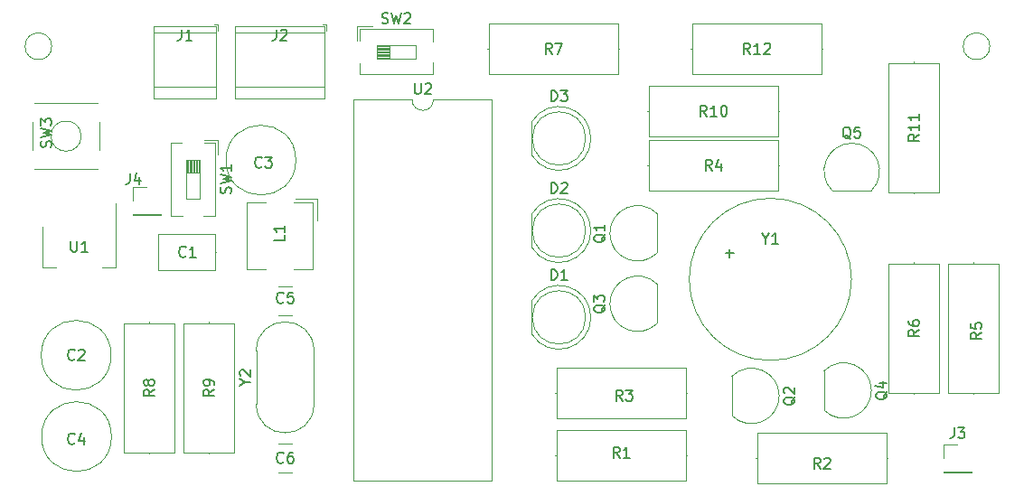
<source format=gto>
G04 #@! TF.GenerationSoftware,KiCad,Pcbnew,(5.1.5)-3*
G04 #@! TF.CreationDate,2020-05-14T22:33:26-07:00*
G04 #@! TF.ProjectId,circuit_pj,63697263-7569-4745-9f70-6a2e6b696361,rev?*
G04 #@! TF.SameCoordinates,Original*
G04 #@! TF.FileFunction,Legend,Top*
G04 #@! TF.FilePolarity,Positive*
%FSLAX46Y46*%
G04 Gerber Fmt 4.6, Leading zero omitted, Abs format (unit mm)*
G04 Created by KiCad (PCBNEW (5.1.5)-3) date 2020-05-14 22:33:26*
%MOMM*%
%LPD*%
G04 APERTURE LIST*
%ADD10C,0.120000*%
%ADD11C,0.150000*%
G04 APERTURE END LIST*
D10*
X120048000Y-111332000D02*
G75*
G03X114648000Y-111332000I-2700000J0D01*
G01*
X120048000Y-116332000D02*
G75*
G02X114648000Y-116332000I-2700000J0D01*
G01*
X120048000Y-116332000D02*
X120048000Y-111332000D01*
X114648000Y-116332000D02*
X114648000Y-111332000D01*
X136704000Y-87808000D02*
X131244000Y-87808000D01*
X136704000Y-123488000D02*
X136704000Y-87808000D01*
X123784000Y-123488000D02*
X136704000Y-123488000D01*
X123784000Y-87808000D02*
X123784000Y-123488000D01*
X129244000Y-87808000D02*
X123784000Y-87808000D01*
X131244000Y-87808000D02*
G75*
G02X129244000Y-87808000I-1000000J0D01*
G01*
X127158667Y-82677000D02*
X127158667Y-83947000D01*
X125952000Y-83877000D02*
X127158667Y-83877000D01*
X125952000Y-83757000D02*
X127158667Y-83757000D01*
X125952000Y-83637000D02*
X127158667Y-83637000D01*
X125952000Y-83517000D02*
X127158667Y-83517000D01*
X125952000Y-83397000D02*
X127158667Y-83397000D01*
X125952000Y-83277000D02*
X127158667Y-83277000D01*
X125952000Y-83157000D02*
X127158667Y-83157000D01*
X125952000Y-83037000D02*
X127158667Y-83037000D01*
X125952000Y-82917000D02*
X127158667Y-82917000D01*
X125952000Y-82797000D02*
X127158667Y-82797000D01*
X129572000Y-82677000D02*
X125952000Y-82677000D01*
X129572000Y-83947000D02*
X129572000Y-82677000D01*
X125952000Y-83947000D02*
X129572000Y-83947000D01*
X125952000Y-82677000D02*
X125952000Y-83947000D01*
X124112000Y-80962000D02*
X124112000Y-82272000D01*
X124112000Y-80962000D02*
X125495000Y-80962000D01*
X131173000Y-84302000D02*
X131173000Y-85422000D01*
X131173000Y-81202000D02*
X131173000Y-82322000D01*
X124352000Y-84352000D02*
X124352000Y-85422000D01*
X124352000Y-81202000D02*
X124352000Y-82272000D01*
X124352000Y-85422000D02*
X131173000Y-85422000D01*
X124352000Y-81202000D02*
X131173000Y-81202000D01*
X109347000Y-94646667D02*
X108077000Y-94646667D01*
X108147000Y-93440000D02*
X108147000Y-94646667D01*
X108267000Y-93440000D02*
X108267000Y-94646667D01*
X108387000Y-93440000D02*
X108387000Y-94646667D01*
X108507000Y-93440000D02*
X108507000Y-94646667D01*
X108627000Y-93440000D02*
X108627000Y-94646667D01*
X108747000Y-93440000D02*
X108747000Y-94646667D01*
X108867000Y-93440000D02*
X108867000Y-94646667D01*
X108987000Y-93440000D02*
X108987000Y-94646667D01*
X109107000Y-93440000D02*
X109107000Y-94646667D01*
X109227000Y-93440000D02*
X109227000Y-94646667D01*
X109347000Y-97060000D02*
X109347000Y-93440000D01*
X108077000Y-97060000D02*
X109347000Y-97060000D01*
X108077000Y-93440000D02*
X108077000Y-97060000D01*
X109347000Y-93440000D02*
X108077000Y-93440000D01*
X111062000Y-91600000D02*
X109752000Y-91600000D01*
X111062000Y-91600000D02*
X111062000Y-92983000D01*
X107722000Y-98661000D02*
X106602000Y-98661000D01*
X110822000Y-98661000D02*
X109702000Y-98661000D01*
X107672000Y-91840000D02*
X106602000Y-91840000D01*
X110822000Y-91840000D02*
X109752000Y-91840000D01*
X106602000Y-91840000D02*
X106602000Y-98661000D01*
X110822000Y-91840000D02*
X110822000Y-98661000D01*
X103064000Y-95952000D02*
X104394000Y-95952000D01*
X103064000Y-97282000D02*
X103064000Y-95952000D01*
X103064000Y-98552000D02*
X105724000Y-98552000D01*
X105724000Y-98552000D02*
X105724000Y-98612000D01*
X103064000Y-98552000D02*
X103064000Y-98612000D01*
X103064000Y-98612000D02*
X105724000Y-98612000D01*
X179010000Y-120082000D02*
X180340000Y-120082000D01*
X179010000Y-121412000D02*
X179010000Y-120082000D01*
X179010000Y-122682000D02*
X181670000Y-122682000D01*
X181670000Y-122682000D02*
X181670000Y-122742000D01*
X179010000Y-122682000D02*
X179010000Y-122742000D01*
X179010000Y-122742000D02*
X181670000Y-122742000D01*
X140442000Y-89895000D02*
X140442000Y-92985000D01*
X145502000Y-91440000D02*
G75*
G03X145502000Y-91440000I-2500000J0D01*
G01*
X145992000Y-91439538D02*
G75*
G02X140442000Y-92984830I-2990000J-462D01*
G01*
X145992000Y-91440462D02*
G75*
G03X140442000Y-89895170I-2990000J462D01*
G01*
X140442000Y-98531000D02*
X140442000Y-101621000D01*
X145502000Y-100076000D02*
G75*
G03X145502000Y-100076000I-2500000J0D01*
G01*
X145992000Y-100075538D02*
G75*
G02X140442000Y-101620830I-2990000J-462D01*
G01*
X145992000Y-100076462D02*
G75*
G03X140442000Y-98531170I-2990000J462D01*
G01*
X140442000Y-106659000D02*
X140442000Y-109749000D01*
X145502000Y-108204000D02*
G75*
G03X145502000Y-108204000I-2500000J0D01*
G01*
X145992000Y-108203538D02*
G75*
G02X140442000Y-109748830I-2990000J-462D01*
G01*
X145992000Y-108204462D02*
G75*
G03X140442000Y-106659170I-2990000J462D01*
G01*
X170404000Y-104648000D02*
G75*
G03X170404000Y-104648000I-7600000J0D01*
G01*
X101454000Y-97500000D02*
X101454000Y-103510000D01*
X94634000Y-99750000D02*
X94634000Y-103510000D01*
X101454000Y-103510000D02*
X100194000Y-103510000D01*
X94634000Y-103510000D02*
X95894000Y-103510000D01*
X93706000Y-92562000D02*
X93706000Y-89882000D01*
X99946000Y-89882000D02*
X99946000Y-92562000D01*
X99796000Y-94342000D02*
X93856000Y-94342000D01*
X99796000Y-88102000D02*
X93856000Y-88102000D01*
X98240214Y-91222000D02*
G75*
G03X98240214Y-91222000I-1414214J0D01*
G01*
X167724000Y-83058000D02*
X167614000Y-83058000D01*
X155364000Y-83058000D02*
X155474000Y-83058000D01*
X167614000Y-80688000D02*
X155474000Y-80688000D01*
X167614000Y-85428000D02*
X167614000Y-80688000D01*
X155474000Y-85428000D02*
X167614000Y-85428000D01*
X155474000Y-80688000D02*
X155474000Y-85428000D01*
X176276000Y-84244000D02*
X176276000Y-84354000D01*
X176276000Y-96604000D02*
X176276000Y-96494000D01*
X173906000Y-84354000D02*
X173906000Y-96494000D01*
X178646000Y-84354000D02*
X173906000Y-84354000D01*
X178646000Y-96494000D02*
X178646000Y-84354000D01*
X173906000Y-96494000D02*
X178646000Y-96494000D01*
X163660000Y-88900000D02*
X163550000Y-88900000D01*
X151300000Y-88900000D02*
X151410000Y-88900000D01*
X163550000Y-86530000D02*
X151410000Y-86530000D01*
X163550000Y-91270000D02*
X163550000Y-86530000D01*
X151410000Y-91270000D02*
X163550000Y-91270000D01*
X151410000Y-86530000D02*
X151410000Y-91270000D01*
X110236000Y-120988000D02*
X110236000Y-120878000D01*
X110236000Y-108628000D02*
X110236000Y-108738000D01*
X112606000Y-120878000D02*
X112606000Y-108738000D01*
X107866000Y-120878000D02*
X112606000Y-120878000D01*
X107866000Y-108738000D02*
X107866000Y-120878000D01*
X112606000Y-108738000D02*
X107866000Y-108738000D01*
X104648000Y-108628000D02*
X104648000Y-108738000D01*
X104648000Y-120988000D02*
X104648000Y-120878000D01*
X102278000Y-108738000D02*
X102278000Y-120878000D01*
X107018000Y-108738000D02*
X102278000Y-108738000D01*
X107018000Y-120878000D02*
X107018000Y-108738000D01*
X102278000Y-120878000D02*
X107018000Y-120878000D01*
X136314000Y-83058000D02*
X136424000Y-83058000D01*
X148674000Y-83058000D02*
X148564000Y-83058000D01*
X136424000Y-85428000D02*
X148564000Y-85428000D01*
X136424000Y-80688000D02*
X136424000Y-85428000D01*
X148564000Y-80688000D02*
X136424000Y-80688000D01*
X148564000Y-85428000D02*
X148564000Y-80688000D01*
X176276000Y-103040000D02*
X176276000Y-103150000D01*
X176276000Y-115400000D02*
X176276000Y-115290000D01*
X173906000Y-103150000D02*
X173906000Y-115290000D01*
X178646000Y-103150000D02*
X173906000Y-103150000D01*
X178646000Y-115290000D02*
X178646000Y-103150000D01*
X173906000Y-115290000D02*
X178646000Y-115290000D01*
X181864000Y-103040000D02*
X181864000Y-103150000D01*
X181864000Y-115400000D02*
X181864000Y-115290000D01*
X179494000Y-103150000D02*
X179494000Y-115290000D01*
X184234000Y-103150000D02*
X179494000Y-103150000D01*
X184234000Y-115290000D02*
X184234000Y-103150000D01*
X179494000Y-115290000D02*
X184234000Y-115290000D01*
X163660000Y-93980000D02*
X163550000Y-93980000D01*
X151300000Y-93980000D02*
X151410000Y-93980000D01*
X163550000Y-91610000D02*
X151410000Y-91610000D01*
X163550000Y-96350000D02*
X163550000Y-91610000D01*
X151410000Y-96350000D02*
X163550000Y-96350000D01*
X151410000Y-91610000D02*
X151410000Y-96350000D01*
X142664000Y-115316000D02*
X142774000Y-115316000D01*
X155024000Y-115316000D02*
X154914000Y-115316000D01*
X142774000Y-117686000D02*
X154914000Y-117686000D01*
X142774000Y-112946000D02*
X142774000Y-117686000D01*
X154914000Y-112946000D02*
X142774000Y-112946000D01*
X154914000Y-117686000D02*
X154914000Y-112946000D01*
X161460000Y-121412000D02*
X161570000Y-121412000D01*
X173820000Y-121412000D02*
X173710000Y-121412000D01*
X161570000Y-123782000D02*
X173710000Y-123782000D01*
X161570000Y-119042000D02*
X161570000Y-123782000D01*
X173710000Y-119042000D02*
X161570000Y-119042000D01*
X173710000Y-123782000D02*
X173710000Y-119042000D01*
X154914000Y-123528000D02*
X154914000Y-118788000D01*
X154914000Y-118788000D02*
X142774000Y-118788000D01*
X142774000Y-118788000D02*
X142774000Y-123528000D01*
X142774000Y-123528000D02*
X154914000Y-123528000D01*
X155024000Y-121158000D02*
X154914000Y-121158000D01*
X142664000Y-121158000D02*
X142774000Y-121158000D01*
X115490000Y-97464000D02*
X113720000Y-97464000D01*
X119960000Y-97464000D02*
X118190000Y-97464000D01*
X113720000Y-97464000D02*
X113720000Y-103704000D01*
X115490000Y-103704000D02*
X113720000Y-103704000D01*
X119960000Y-103704000D02*
X118190000Y-103704000D01*
X119960000Y-97464000D02*
X119960000Y-103704000D01*
X120340000Y-97084000D02*
X120340000Y-99084000D01*
X118340000Y-97084000D02*
X120340000Y-97084000D01*
X121240000Y-80718000D02*
X120840000Y-80718000D01*
X121240000Y-81358000D02*
X121240000Y-80718000D01*
X112680000Y-87698000D02*
X112680000Y-80958000D01*
X121000000Y-87698000D02*
X121000000Y-80958000D01*
X121000000Y-80958000D02*
X112680000Y-80958000D01*
X121000000Y-87698000D02*
X112680000Y-87698000D01*
X121000000Y-86578000D02*
X112680000Y-86578000D01*
X121000000Y-81478000D02*
X112680000Y-81478000D01*
X111080000Y-80718000D02*
X110680000Y-80718000D01*
X111080000Y-81358000D02*
X111080000Y-80718000D01*
X105060000Y-87698000D02*
X105060000Y-80958000D01*
X110840000Y-87698000D02*
X110840000Y-80958000D01*
X110840000Y-80958000D02*
X105060000Y-80958000D01*
X110840000Y-87698000D02*
X105060000Y-87698000D01*
X110840000Y-86578000D02*
X105060000Y-86578000D01*
X110840000Y-81478000D02*
X105060000Y-81478000D01*
X116745936Y-122772000D02*
X117950064Y-122772000D01*
X116745936Y-120052000D02*
X117950064Y-120052000D01*
X117950064Y-105320000D02*
X116745936Y-105320000D01*
X117950064Y-108040000D02*
X116745936Y-108040000D01*
X101080000Y-119380000D02*
G75*
G03X101080000Y-119380000I-3270000J0D01*
G01*
X118352000Y-93472000D02*
G75*
G03X118352000Y-93472000I-3270000J0D01*
G01*
X101040000Y-111760000D02*
G75*
G03X101040000Y-111760000I-3270000J0D01*
G01*
X110854000Y-102108000D02*
X110814000Y-102108000D01*
X105434000Y-102108000D02*
X105474000Y-102108000D01*
X110814000Y-100438000D02*
X105474000Y-100438000D01*
X110814000Y-103778000D02*
X110814000Y-100438000D01*
X105474000Y-103778000D02*
X110814000Y-103778000D01*
X105474000Y-100438000D02*
X105474000Y-103778000D01*
X172272478Y-96326478D02*
G75*
G03X170434000Y-91888000I-1838478J1838478D01*
G01*
X168595522Y-96326478D02*
G75*
G02X170434000Y-91888000I1838478J1838478D01*
G01*
X168634000Y-96338000D02*
X172234000Y-96338000D01*
X167833522Y-116900478D02*
G75*
G03X172272000Y-115062000I1838478J1838478D01*
G01*
X167833522Y-113223522D02*
G75*
G02X172272000Y-115062000I1838478J-1838478D01*
G01*
X167822000Y-113262000D02*
X167822000Y-116862000D01*
X152206478Y-105095522D02*
G75*
G03X147768000Y-106934000I-1838478J-1838478D01*
G01*
X152206478Y-108772478D02*
G75*
G02X147768000Y-106934000I-1838478J1838478D01*
G01*
X152218000Y-108734000D02*
X152218000Y-105134000D01*
X159197522Y-117408478D02*
G75*
G03X163636000Y-115570000I1838478J1838478D01*
G01*
X159197522Y-113731522D02*
G75*
G02X163636000Y-115570000I1838478J-1838478D01*
G01*
X159186000Y-113770000D02*
X159186000Y-117370000D01*
X152206478Y-98491522D02*
G75*
G03X147768000Y-100330000I-1838478J-1838478D01*
G01*
X152206478Y-102168478D02*
G75*
G02X147768000Y-100330000I-1838478J1838478D01*
G01*
X152218000Y-102130000D02*
X152218000Y-98530000D01*
X95485000Y-82804000D02*
G75*
G03X95485000Y-82804000I-1251000J0D01*
G01*
X183369000Y-82804000D02*
G75*
G03X183369000Y-82804000I-1251000J0D01*
G01*
D11*
X113624190Y-114308190D02*
X114100380Y-114308190D01*
X113100380Y-114641523D02*
X113624190Y-114308190D01*
X113100380Y-113974857D01*
X113195619Y-113689142D02*
X113148000Y-113641523D01*
X113100380Y-113546285D01*
X113100380Y-113308190D01*
X113148000Y-113212952D01*
X113195619Y-113165333D01*
X113290857Y-113117714D01*
X113386095Y-113117714D01*
X113528952Y-113165333D01*
X114100380Y-113736761D01*
X114100380Y-113117714D01*
X129482095Y-86260380D02*
X129482095Y-87069904D01*
X129529714Y-87165142D01*
X129577333Y-87212761D01*
X129672571Y-87260380D01*
X129863047Y-87260380D01*
X129958285Y-87212761D01*
X130005904Y-87165142D01*
X130053523Y-87069904D01*
X130053523Y-86260380D01*
X130482095Y-86355619D02*
X130529714Y-86308000D01*
X130624952Y-86260380D01*
X130863047Y-86260380D01*
X130958285Y-86308000D01*
X131005904Y-86355619D01*
X131053523Y-86450857D01*
X131053523Y-86546095D01*
X131005904Y-86688952D01*
X130434476Y-87260380D01*
X131053523Y-87260380D01*
X126428666Y-80606761D02*
X126571523Y-80654380D01*
X126809619Y-80654380D01*
X126904857Y-80606761D01*
X126952476Y-80559142D01*
X127000095Y-80463904D01*
X127000095Y-80368666D01*
X126952476Y-80273428D01*
X126904857Y-80225809D01*
X126809619Y-80178190D01*
X126619142Y-80130571D01*
X126523904Y-80082952D01*
X126476285Y-80035333D01*
X126428666Y-79940095D01*
X126428666Y-79844857D01*
X126476285Y-79749619D01*
X126523904Y-79702000D01*
X126619142Y-79654380D01*
X126857238Y-79654380D01*
X127000095Y-79702000D01*
X127333428Y-79654380D02*
X127571523Y-80654380D01*
X127762000Y-79940095D01*
X127952476Y-80654380D01*
X128190571Y-79654380D01*
X128523904Y-79749619D02*
X128571523Y-79702000D01*
X128666761Y-79654380D01*
X128904857Y-79654380D01*
X129000095Y-79702000D01*
X129047714Y-79749619D01*
X129095333Y-79844857D01*
X129095333Y-79940095D01*
X129047714Y-80082952D01*
X128476285Y-80654380D01*
X129095333Y-80654380D01*
X112226761Y-96583333D02*
X112274380Y-96440476D01*
X112274380Y-96202380D01*
X112226761Y-96107142D01*
X112179142Y-96059523D01*
X112083904Y-96011904D01*
X111988666Y-96011904D01*
X111893428Y-96059523D01*
X111845809Y-96107142D01*
X111798190Y-96202380D01*
X111750571Y-96392857D01*
X111702952Y-96488095D01*
X111655333Y-96535714D01*
X111560095Y-96583333D01*
X111464857Y-96583333D01*
X111369619Y-96535714D01*
X111322000Y-96488095D01*
X111274380Y-96392857D01*
X111274380Y-96154761D01*
X111322000Y-96011904D01*
X111274380Y-95678571D02*
X112274380Y-95440476D01*
X111560095Y-95250000D01*
X112274380Y-95059523D01*
X111274380Y-94821428D01*
X112274380Y-93916666D02*
X112274380Y-94488095D01*
X112274380Y-94202380D02*
X111274380Y-94202380D01*
X111417238Y-94297619D01*
X111512476Y-94392857D01*
X111560095Y-94488095D01*
X102790666Y-94702380D02*
X102790666Y-95416666D01*
X102743047Y-95559523D01*
X102647809Y-95654761D01*
X102504952Y-95702380D01*
X102409714Y-95702380D01*
X103695428Y-95035714D02*
X103695428Y-95702380D01*
X103457333Y-94654761D02*
X103219238Y-95369047D01*
X103838285Y-95369047D01*
X180006666Y-118534380D02*
X180006666Y-119248666D01*
X179959047Y-119391523D01*
X179863809Y-119486761D01*
X179720952Y-119534380D01*
X179625714Y-119534380D01*
X180387619Y-118534380D02*
X181006666Y-118534380D01*
X180673333Y-118915333D01*
X180816190Y-118915333D01*
X180911428Y-118962952D01*
X180959047Y-119010571D01*
X181006666Y-119105809D01*
X181006666Y-119343904D01*
X180959047Y-119439142D01*
X180911428Y-119486761D01*
X180816190Y-119534380D01*
X180530476Y-119534380D01*
X180435238Y-119486761D01*
X180387619Y-119439142D01*
X142263904Y-87932380D02*
X142263904Y-86932380D01*
X142502000Y-86932380D01*
X142644857Y-86980000D01*
X142740095Y-87075238D01*
X142787714Y-87170476D01*
X142835333Y-87360952D01*
X142835333Y-87503809D01*
X142787714Y-87694285D01*
X142740095Y-87789523D01*
X142644857Y-87884761D01*
X142502000Y-87932380D01*
X142263904Y-87932380D01*
X143168666Y-86932380D02*
X143787714Y-86932380D01*
X143454380Y-87313333D01*
X143597238Y-87313333D01*
X143692476Y-87360952D01*
X143740095Y-87408571D01*
X143787714Y-87503809D01*
X143787714Y-87741904D01*
X143740095Y-87837142D01*
X143692476Y-87884761D01*
X143597238Y-87932380D01*
X143311523Y-87932380D01*
X143216285Y-87884761D01*
X143168666Y-87837142D01*
X142263904Y-96568380D02*
X142263904Y-95568380D01*
X142502000Y-95568380D01*
X142644857Y-95616000D01*
X142740095Y-95711238D01*
X142787714Y-95806476D01*
X142835333Y-95996952D01*
X142835333Y-96139809D01*
X142787714Y-96330285D01*
X142740095Y-96425523D01*
X142644857Y-96520761D01*
X142502000Y-96568380D01*
X142263904Y-96568380D01*
X143216285Y-95663619D02*
X143263904Y-95616000D01*
X143359142Y-95568380D01*
X143597238Y-95568380D01*
X143692476Y-95616000D01*
X143740095Y-95663619D01*
X143787714Y-95758857D01*
X143787714Y-95854095D01*
X143740095Y-95996952D01*
X143168666Y-96568380D01*
X143787714Y-96568380D01*
X142263904Y-104696380D02*
X142263904Y-103696380D01*
X142502000Y-103696380D01*
X142644857Y-103744000D01*
X142740095Y-103839238D01*
X142787714Y-103934476D01*
X142835333Y-104124952D01*
X142835333Y-104267809D01*
X142787714Y-104458285D01*
X142740095Y-104553523D01*
X142644857Y-104648761D01*
X142502000Y-104696380D01*
X142263904Y-104696380D01*
X143787714Y-104696380D02*
X143216285Y-104696380D01*
X143502000Y-104696380D02*
X143502000Y-103696380D01*
X143406761Y-103839238D01*
X143311523Y-103934476D01*
X143216285Y-103982095D01*
X162337809Y-100814190D02*
X162337809Y-101290380D01*
X162004476Y-100290380D02*
X162337809Y-100814190D01*
X162671142Y-100290380D01*
X163528285Y-101290380D02*
X162956857Y-101290380D01*
X163242571Y-101290380D02*
X163242571Y-100290380D01*
X163147333Y-100433238D01*
X163052095Y-100528476D01*
X162956857Y-100576095D01*
X158613047Y-102179428D02*
X159374952Y-102179428D01*
X158994000Y-102560380D02*
X158994000Y-101798476D01*
X97282095Y-101052380D02*
X97282095Y-101861904D01*
X97329714Y-101957142D01*
X97377333Y-102004761D01*
X97472571Y-102052380D01*
X97663047Y-102052380D01*
X97758285Y-102004761D01*
X97805904Y-101957142D01*
X97853523Y-101861904D01*
X97853523Y-101052380D01*
X98853523Y-102052380D02*
X98282095Y-102052380D01*
X98567809Y-102052380D02*
X98567809Y-101052380D01*
X98472571Y-101195238D01*
X98377333Y-101290476D01*
X98282095Y-101338095D01*
X95400761Y-92265333D02*
X95448380Y-92122476D01*
X95448380Y-91884380D01*
X95400761Y-91789142D01*
X95353142Y-91741523D01*
X95257904Y-91693904D01*
X95162666Y-91693904D01*
X95067428Y-91741523D01*
X95019809Y-91789142D01*
X94972190Y-91884380D01*
X94924571Y-92074857D01*
X94876952Y-92170095D01*
X94829333Y-92217714D01*
X94734095Y-92265333D01*
X94638857Y-92265333D01*
X94543619Y-92217714D01*
X94496000Y-92170095D01*
X94448380Y-92074857D01*
X94448380Y-91836761D01*
X94496000Y-91693904D01*
X94448380Y-91360571D02*
X95448380Y-91122476D01*
X94734095Y-90932000D01*
X95448380Y-90741523D01*
X94448380Y-90503428D01*
X94448380Y-90217714D02*
X94448380Y-89598666D01*
X94829333Y-89932000D01*
X94829333Y-89789142D01*
X94876952Y-89693904D01*
X94924571Y-89646285D01*
X95019809Y-89598666D01*
X95257904Y-89598666D01*
X95353142Y-89646285D01*
X95400761Y-89693904D01*
X95448380Y-89789142D01*
X95448380Y-90074857D01*
X95400761Y-90170095D01*
X95353142Y-90217714D01*
X160901142Y-83510380D02*
X160567809Y-83034190D01*
X160329714Y-83510380D02*
X160329714Y-82510380D01*
X160710666Y-82510380D01*
X160805904Y-82558000D01*
X160853523Y-82605619D01*
X160901142Y-82700857D01*
X160901142Y-82843714D01*
X160853523Y-82938952D01*
X160805904Y-82986571D01*
X160710666Y-83034190D01*
X160329714Y-83034190D01*
X161853523Y-83510380D02*
X161282095Y-83510380D01*
X161567809Y-83510380D02*
X161567809Y-82510380D01*
X161472571Y-82653238D01*
X161377333Y-82748476D01*
X161282095Y-82796095D01*
X162234476Y-82605619D02*
X162282095Y-82558000D01*
X162377333Y-82510380D01*
X162615428Y-82510380D01*
X162710666Y-82558000D01*
X162758285Y-82605619D01*
X162805904Y-82700857D01*
X162805904Y-82796095D01*
X162758285Y-82938952D01*
X162186857Y-83510380D01*
X162805904Y-83510380D01*
X176728380Y-91066857D02*
X176252190Y-91400190D01*
X176728380Y-91638285D02*
X175728380Y-91638285D01*
X175728380Y-91257333D01*
X175776000Y-91162095D01*
X175823619Y-91114476D01*
X175918857Y-91066857D01*
X176061714Y-91066857D01*
X176156952Y-91114476D01*
X176204571Y-91162095D01*
X176252190Y-91257333D01*
X176252190Y-91638285D01*
X176728380Y-90114476D02*
X176728380Y-90685904D01*
X176728380Y-90400190D02*
X175728380Y-90400190D01*
X175871238Y-90495428D01*
X175966476Y-90590666D01*
X176014095Y-90685904D01*
X176728380Y-89162095D02*
X176728380Y-89733523D01*
X176728380Y-89447809D02*
X175728380Y-89447809D01*
X175871238Y-89543047D01*
X175966476Y-89638285D01*
X176014095Y-89733523D01*
X156837142Y-89352380D02*
X156503809Y-88876190D01*
X156265714Y-89352380D02*
X156265714Y-88352380D01*
X156646666Y-88352380D01*
X156741904Y-88400000D01*
X156789523Y-88447619D01*
X156837142Y-88542857D01*
X156837142Y-88685714D01*
X156789523Y-88780952D01*
X156741904Y-88828571D01*
X156646666Y-88876190D01*
X156265714Y-88876190D01*
X157789523Y-89352380D02*
X157218095Y-89352380D01*
X157503809Y-89352380D02*
X157503809Y-88352380D01*
X157408571Y-88495238D01*
X157313333Y-88590476D01*
X157218095Y-88638095D01*
X158408571Y-88352380D02*
X158503809Y-88352380D01*
X158599047Y-88400000D01*
X158646666Y-88447619D01*
X158694285Y-88542857D01*
X158741904Y-88733333D01*
X158741904Y-88971428D01*
X158694285Y-89161904D01*
X158646666Y-89257142D01*
X158599047Y-89304761D01*
X158503809Y-89352380D01*
X158408571Y-89352380D01*
X158313333Y-89304761D01*
X158265714Y-89257142D01*
X158218095Y-89161904D01*
X158170476Y-88971428D01*
X158170476Y-88733333D01*
X158218095Y-88542857D01*
X158265714Y-88447619D01*
X158313333Y-88400000D01*
X158408571Y-88352380D01*
X110688380Y-114974666D02*
X110212190Y-115308000D01*
X110688380Y-115546095D02*
X109688380Y-115546095D01*
X109688380Y-115165142D01*
X109736000Y-115069904D01*
X109783619Y-115022285D01*
X109878857Y-114974666D01*
X110021714Y-114974666D01*
X110116952Y-115022285D01*
X110164571Y-115069904D01*
X110212190Y-115165142D01*
X110212190Y-115546095D01*
X110688380Y-114498476D02*
X110688380Y-114308000D01*
X110640761Y-114212761D01*
X110593142Y-114165142D01*
X110450285Y-114069904D01*
X110259809Y-114022285D01*
X109878857Y-114022285D01*
X109783619Y-114069904D01*
X109736000Y-114117523D01*
X109688380Y-114212761D01*
X109688380Y-114403238D01*
X109736000Y-114498476D01*
X109783619Y-114546095D01*
X109878857Y-114593714D01*
X110116952Y-114593714D01*
X110212190Y-114546095D01*
X110259809Y-114498476D01*
X110307428Y-114403238D01*
X110307428Y-114212761D01*
X110259809Y-114117523D01*
X110212190Y-114069904D01*
X110116952Y-114022285D01*
X105100380Y-114974666D02*
X104624190Y-115308000D01*
X105100380Y-115546095D02*
X104100380Y-115546095D01*
X104100380Y-115165142D01*
X104148000Y-115069904D01*
X104195619Y-115022285D01*
X104290857Y-114974666D01*
X104433714Y-114974666D01*
X104528952Y-115022285D01*
X104576571Y-115069904D01*
X104624190Y-115165142D01*
X104624190Y-115546095D01*
X104528952Y-114403238D02*
X104481333Y-114498476D01*
X104433714Y-114546095D01*
X104338476Y-114593714D01*
X104290857Y-114593714D01*
X104195619Y-114546095D01*
X104148000Y-114498476D01*
X104100380Y-114403238D01*
X104100380Y-114212761D01*
X104148000Y-114117523D01*
X104195619Y-114069904D01*
X104290857Y-114022285D01*
X104338476Y-114022285D01*
X104433714Y-114069904D01*
X104481333Y-114117523D01*
X104528952Y-114212761D01*
X104528952Y-114403238D01*
X104576571Y-114498476D01*
X104624190Y-114546095D01*
X104719428Y-114593714D01*
X104909904Y-114593714D01*
X105005142Y-114546095D01*
X105052761Y-114498476D01*
X105100380Y-114403238D01*
X105100380Y-114212761D01*
X105052761Y-114117523D01*
X105005142Y-114069904D01*
X104909904Y-114022285D01*
X104719428Y-114022285D01*
X104624190Y-114069904D01*
X104576571Y-114117523D01*
X104528952Y-114212761D01*
X142327333Y-83510380D02*
X141994000Y-83034190D01*
X141755904Y-83510380D02*
X141755904Y-82510380D01*
X142136857Y-82510380D01*
X142232095Y-82558000D01*
X142279714Y-82605619D01*
X142327333Y-82700857D01*
X142327333Y-82843714D01*
X142279714Y-82938952D01*
X142232095Y-82986571D01*
X142136857Y-83034190D01*
X141755904Y-83034190D01*
X142660666Y-82510380D02*
X143327333Y-82510380D01*
X142898761Y-83510380D01*
X176728380Y-109386666D02*
X176252190Y-109720000D01*
X176728380Y-109958095D02*
X175728380Y-109958095D01*
X175728380Y-109577142D01*
X175776000Y-109481904D01*
X175823619Y-109434285D01*
X175918857Y-109386666D01*
X176061714Y-109386666D01*
X176156952Y-109434285D01*
X176204571Y-109481904D01*
X176252190Y-109577142D01*
X176252190Y-109958095D01*
X175728380Y-108529523D02*
X175728380Y-108720000D01*
X175776000Y-108815238D01*
X175823619Y-108862857D01*
X175966476Y-108958095D01*
X176156952Y-109005714D01*
X176537904Y-109005714D01*
X176633142Y-108958095D01*
X176680761Y-108910476D01*
X176728380Y-108815238D01*
X176728380Y-108624761D01*
X176680761Y-108529523D01*
X176633142Y-108481904D01*
X176537904Y-108434285D01*
X176299809Y-108434285D01*
X176204571Y-108481904D01*
X176156952Y-108529523D01*
X176109333Y-108624761D01*
X176109333Y-108815238D01*
X176156952Y-108910476D01*
X176204571Y-108958095D01*
X176299809Y-109005714D01*
X182570380Y-109640666D02*
X182094190Y-109974000D01*
X182570380Y-110212095D02*
X181570380Y-110212095D01*
X181570380Y-109831142D01*
X181618000Y-109735904D01*
X181665619Y-109688285D01*
X181760857Y-109640666D01*
X181903714Y-109640666D01*
X181998952Y-109688285D01*
X182046571Y-109735904D01*
X182094190Y-109831142D01*
X182094190Y-110212095D01*
X181570380Y-108735904D02*
X181570380Y-109212095D01*
X182046571Y-109259714D01*
X181998952Y-109212095D01*
X181951333Y-109116857D01*
X181951333Y-108878761D01*
X181998952Y-108783523D01*
X182046571Y-108735904D01*
X182141809Y-108688285D01*
X182379904Y-108688285D01*
X182475142Y-108735904D01*
X182522761Y-108783523D01*
X182570380Y-108878761D01*
X182570380Y-109116857D01*
X182522761Y-109212095D01*
X182475142Y-109259714D01*
X157313333Y-94432380D02*
X156980000Y-93956190D01*
X156741904Y-94432380D02*
X156741904Y-93432380D01*
X157122857Y-93432380D01*
X157218095Y-93480000D01*
X157265714Y-93527619D01*
X157313333Y-93622857D01*
X157313333Y-93765714D01*
X157265714Y-93860952D01*
X157218095Y-93908571D01*
X157122857Y-93956190D01*
X156741904Y-93956190D01*
X158170476Y-93765714D02*
X158170476Y-94432380D01*
X157932380Y-93384761D02*
X157694285Y-94099047D01*
X158313333Y-94099047D01*
X148931333Y-116022380D02*
X148598000Y-115546190D01*
X148359904Y-116022380D02*
X148359904Y-115022380D01*
X148740857Y-115022380D01*
X148836095Y-115070000D01*
X148883714Y-115117619D01*
X148931333Y-115212857D01*
X148931333Y-115355714D01*
X148883714Y-115450952D01*
X148836095Y-115498571D01*
X148740857Y-115546190D01*
X148359904Y-115546190D01*
X149264666Y-115022380D02*
X149883714Y-115022380D01*
X149550380Y-115403333D01*
X149693238Y-115403333D01*
X149788476Y-115450952D01*
X149836095Y-115498571D01*
X149883714Y-115593809D01*
X149883714Y-115831904D01*
X149836095Y-115927142D01*
X149788476Y-115974761D01*
X149693238Y-116022380D01*
X149407523Y-116022380D01*
X149312285Y-115974761D01*
X149264666Y-115927142D01*
X167473333Y-122372380D02*
X167140000Y-121896190D01*
X166901904Y-122372380D02*
X166901904Y-121372380D01*
X167282857Y-121372380D01*
X167378095Y-121420000D01*
X167425714Y-121467619D01*
X167473333Y-121562857D01*
X167473333Y-121705714D01*
X167425714Y-121800952D01*
X167378095Y-121848571D01*
X167282857Y-121896190D01*
X166901904Y-121896190D01*
X167854285Y-121467619D02*
X167901904Y-121420000D01*
X167997142Y-121372380D01*
X168235238Y-121372380D01*
X168330476Y-121420000D01*
X168378095Y-121467619D01*
X168425714Y-121562857D01*
X168425714Y-121658095D01*
X168378095Y-121800952D01*
X167806666Y-122372380D01*
X168425714Y-122372380D01*
X148677333Y-121356380D02*
X148344000Y-120880190D01*
X148105904Y-121356380D02*
X148105904Y-120356380D01*
X148486857Y-120356380D01*
X148582095Y-120404000D01*
X148629714Y-120451619D01*
X148677333Y-120546857D01*
X148677333Y-120689714D01*
X148629714Y-120784952D01*
X148582095Y-120832571D01*
X148486857Y-120880190D01*
X148105904Y-120880190D01*
X149629714Y-121356380D02*
X149058285Y-121356380D01*
X149344000Y-121356380D02*
X149344000Y-120356380D01*
X149248761Y-120499238D01*
X149153523Y-120594476D01*
X149058285Y-120642095D01*
X117292380Y-100496666D02*
X117292380Y-100972857D01*
X116292380Y-100972857D01*
X117292380Y-99639523D02*
X117292380Y-100210952D01*
X117292380Y-99925238D02*
X116292380Y-99925238D01*
X116435238Y-100020476D01*
X116530476Y-100115714D01*
X116578095Y-100210952D01*
X116506666Y-81240380D02*
X116506666Y-81954666D01*
X116459047Y-82097523D01*
X116363809Y-82192761D01*
X116220952Y-82240380D01*
X116125714Y-82240380D01*
X116935238Y-81335619D02*
X116982857Y-81288000D01*
X117078095Y-81240380D01*
X117316190Y-81240380D01*
X117411428Y-81288000D01*
X117459047Y-81335619D01*
X117506666Y-81430857D01*
X117506666Y-81526095D01*
X117459047Y-81668952D01*
X116887619Y-82240380D01*
X117506666Y-82240380D01*
X107616666Y-81240380D02*
X107616666Y-81954666D01*
X107569047Y-82097523D01*
X107473809Y-82192761D01*
X107330952Y-82240380D01*
X107235714Y-82240380D01*
X108616666Y-82240380D02*
X108045238Y-82240380D01*
X108330952Y-82240380D02*
X108330952Y-81240380D01*
X108235714Y-81383238D01*
X108140476Y-81478476D01*
X108045238Y-81526095D01*
X117181333Y-121769142D02*
X117133714Y-121816761D01*
X116990857Y-121864380D01*
X116895619Y-121864380D01*
X116752761Y-121816761D01*
X116657523Y-121721523D01*
X116609904Y-121626285D01*
X116562285Y-121435809D01*
X116562285Y-121292952D01*
X116609904Y-121102476D01*
X116657523Y-121007238D01*
X116752761Y-120912000D01*
X116895619Y-120864380D01*
X116990857Y-120864380D01*
X117133714Y-120912000D01*
X117181333Y-120959619D01*
X118038476Y-120864380D02*
X117848000Y-120864380D01*
X117752761Y-120912000D01*
X117705142Y-120959619D01*
X117609904Y-121102476D01*
X117562285Y-121292952D01*
X117562285Y-121673904D01*
X117609904Y-121769142D01*
X117657523Y-121816761D01*
X117752761Y-121864380D01*
X117943238Y-121864380D01*
X118038476Y-121816761D01*
X118086095Y-121769142D01*
X118133714Y-121673904D01*
X118133714Y-121435809D01*
X118086095Y-121340571D01*
X118038476Y-121292952D01*
X117943238Y-121245333D01*
X117752761Y-121245333D01*
X117657523Y-121292952D01*
X117609904Y-121340571D01*
X117562285Y-121435809D01*
X117181333Y-106783142D02*
X117133714Y-106830761D01*
X116990857Y-106878380D01*
X116895619Y-106878380D01*
X116752761Y-106830761D01*
X116657523Y-106735523D01*
X116609904Y-106640285D01*
X116562285Y-106449809D01*
X116562285Y-106306952D01*
X116609904Y-106116476D01*
X116657523Y-106021238D01*
X116752761Y-105926000D01*
X116895619Y-105878380D01*
X116990857Y-105878380D01*
X117133714Y-105926000D01*
X117181333Y-105973619D01*
X118086095Y-105878380D02*
X117609904Y-105878380D01*
X117562285Y-106354571D01*
X117609904Y-106306952D01*
X117705142Y-106259333D01*
X117943238Y-106259333D01*
X118038476Y-106306952D01*
X118086095Y-106354571D01*
X118133714Y-106449809D01*
X118133714Y-106687904D01*
X118086095Y-106783142D01*
X118038476Y-106830761D01*
X117943238Y-106878380D01*
X117705142Y-106878380D01*
X117609904Y-106830761D01*
X117562285Y-106783142D01*
X97623333Y-119991142D02*
X97575714Y-120038761D01*
X97432857Y-120086380D01*
X97337619Y-120086380D01*
X97194761Y-120038761D01*
X97099523Y-119943523D01*
X97051904Y-119848285D01*
X97004285Y-119657809D01*
X97004285Y-119514952D01*
X97051904Y-119324476D01*
X97099523Y-119229238D01*
X97194761Y-119134000D01*
X97337619Y-119086380D01*
X97432857Y-119086380D01*
X97575714Y-119134000D01*
X97623333Y-119181619D01*
X98480476Y-119419714D02*
X98480476Y-120086380D01*
X98242380Y-119038761D02*
X98004285Y-119753047D01*
X98623333Y-119753047D01*
X115149333Y-94083142D02*
X115101714Y-94130761D01*
X114958857Y-94178380D01*
X114863619Y-94178380D01*
X114720761Y-94130761D01*
X114625523Y-94035523D01*
X114577904Y-93940285D01*
X114530285Y-93749809D01*
X114530285Y-93606952D01*
X114577904Y-93416476D01*
X114625523Y-93321238D01*
X114720761Y-93226000D01*
X114863619Y-93178380D01*
X114958857Y-93178380D01*
X115101714Y-93226000D01*
X115149333Y-93273619D01*
X115482666Y-93178380D02*
X116101714Y-93178380D01*
X115768380Y-93559333D01*
X115911238Y-93559333D01*
X116006476Y-93606952D01*
X116054095Y-93654571D01*
X116101714Y-93749809D01*
X116101714Y-93987904D01*
X116054095Y-94083142D01*
X116006476Y-94130761D01*
X115911238Y-94178380D01*
X115625523Y-94178380D01*
X115530285Y-94130761D01*
X115482666Y-94083142D01*
X97623333Y-112117142D02*
X97575714Y-112164761D01*
X97432857Y-112212380D01*
X97337619Y-112212380D01*
X97194761Y-112164761D01*
X97099523Y-112069523D01*
X97051904Y-111974285D01*
X97004285Y-111783809D01*
X97004285Y-111640952D01*
X97051904Y-111450476D01*
X97099523Y-111355238D01*
X97194761Y-111260000D01*
X97337619Y-111212380D01*
X97432857Y-111212380D01*
X97575714Y-111260000D01*
X97623333Y-111307619D01*
X98004285Y-111307619D02*
X98051904Y-111260000D01*
X98147142Y-111212380D01*
X98385238Y-111212380D01*
X98480476Y-111260000D01*
X98528095Y-111307619D01*
X98575714Y-111402857D01*
X98575714Y-111498095D01*
X98528095Y-111640952D01*
X97956666Y-112212380D01*
X98575714Y-112212380D01*
X108037333Y-102465142D02*
X107989714Y-102512761D01*
X107846857Y-102560380D01*
X107751619Y-102560380D01*
X107608761Y-102512761D01*
X107513523Y-102417523D01*
X107465904Y-102322285D01*
X107418285Y-102131809D01*
X107418285Y-101988952D01*
X107465904Y-101798476D01*
X107513523Y-101703238D01*
X107608761Y-101608000D01*
X107751619Y-101560380D01*
X107846857Y-101560380D01*
X107989714Y-101608000D01*
X108037333Y-101655619D01*
X108989714Y-102560380D02*
X108418285Y-102560380D01*
X108704000Y-102560380D02*
X108704000Y-101560380D01*
X108608761Y-101703238D01*
X108513523Y-101798476D01*
X108418285Y-101846095D01*
X170338761Y-91475619D02*
X170243523Y-91428000D01*
X170148285Y-91332761D01*
X170005428Y-91189904D01*
X169910190Y-91142285D01*
X169814952Y-91142285D01*
X169862571Y-91380380D02*
X169767333Y-91332761D01*
X169672095Y-91237523D01*
X169624476Y-91047047D01*
X169624476Y-90713714D01*
X169672095Y-90523238D01*
X169767333Y-90428000D01*
X169862571Y-90380380D01*
X170053047Y-90380380D01*
X170148285Y-90428000D01*
X170243523Y-90523238D01*
X170291142Y-90713714D01*
X170291142Y-91047047D01*
X170243523Y-91237523D01*
X170148285Y-91332761D01*
X170053047Y-91380380D01*
X169862571Y-91380380D01*
X171195904Y-90380380D02*
X170719714Y-90380380D01*
X170672095Y-90856571D01*
X170719714Y-90808952D01*
X170814952Y-90761333D01*
X171053047Y-90761333D01*
X171148285Y-90808952D01*
X171195904Y-90856571D01*
X171243523Y-90951809D01*
X171243523Y-91189904D01*
X171195904Y-91285142D01*
X171148285Y-91332761D01*
X171053047Y-91380380D01*
X170814952Y-91380380D01*
X170719714Y-91332761D01*
X170672095Y-91285142D01*
X173779619Y-115157238D02*
X173732000Y-115252476D01*
X173636761Y-115347714D01*
X173493904Y-115490571D01*
X173446285Y-115585809D01*
X173446285Y-115681047D01*
X173684380Y-115633428D02*
X173636761Y-115728666D01*
X173541523Y-115823904D01*
X173351047Y-115871523D01*
X173017714Y-115871523D01*
X172827238Y-115823904D01*
X172732000Y-115728666D01*
X172684380Y-115633428D01*
X172684380Y-115442952D01*
X172732000Y-115347714D01*
X172827238Y-115252476D01*
X173017714Y-115204857D01*
X173351047Y-115204857D01*
X173541523Y-115252476D01*
X173636761Y-115347714D01*
X173684380Y-115442952D01*
X173684380Y-115633428D01*
X173017714Y-114347714D02*
X173684380Y-114347714D01*
X172636761Y-114585809D02*
X173351047Y-114823904D01*
X173351047Y-114204857D01*
X147355619Y-107029238D02*
X147308000Y-107124476D01*
X147212761Y-107219714D01*
X147069904Y-107362571D01*
X147022285Y-107457809D01*
X147022285Y-107553047D01*
X147260380Y-107505428D02*
X147212761Y-107600666D01*
X147117523Y-107695904D01*
X146927047Y-107743523D01*
X146593714Y-107743523D01*
X146403238Y-107695904D01*
X146308000Y-107600666D01*
X146260380Y-107505428D01*
X146260380Y-107314952D01*
X146308000Y-107219714D01*
X146403238Y-107124476D01*
X146593714Y-107076857D01*
X146927047Y-107076857D01*
X147117523Y-107124476D01*
X147212761Y-107219714D01*
X147260380Y-107314952D01*
X147260380Y-107505428D01*
X146260380Y-106743523D02*
X146260380Y-106124476D01*
X146641333Y-106457809D01*
X146641333Y-106314952D01*
X146688952Y-106219714D01*
X146736571Y-106172095D01*
X146831809Y-106124476D01*
X147069904Y-106124476D01*
X147165142Y-106172095D01*
X147212761Y-106219714D01*
X147260380Y-106314952D01*
X147260380Y-106600666D01*
X147212761Y-106695904D01*
X147165142Y-106743523D01*
X165143619Y-115665238D02*
X165096000Y-115760476D01*
X165000761Y-115855714D01*
X164857904Y-115998571D01*
X164810285Y-116093809D01*
X164810285Y-116189047D01*
X165048380Y-116141428D02*
X165000761Y-116236666D01*
X164905523Y-116331904D01*
X164715047Y-116379523D01*
X164381714Y-116379523D01*
X164191238Y-116331904D01*
X164096000Y-116236666D01*
X164048380Y-116141428D01*
X164048380Y-115950952D01*
X164096000Y-115855714D01*
X164191238Y-115760476D01*
X164381714Y-115712857D01*
X164715047Y-115712857D01*
X164905523Y-115760476D01*
X165000761Y-115855714D01*
X165048380Y-115950952D01*
X165048380Y-116141428D01*
X164143619Y-115331904D02*
X164096000Y-115284285D01*
X164048380Y-115189047D01*
X164048380Y-114950952D01*
X164096000Y-114855714D01*
X164143619Y-114808095D01*
X164238857Y-114760476D01*
X164334095Y-114760476D01*
X164476952Y-114808095D01*
X165048380Y-115379523D01*
X165048380Y-114760476D01*
X147355619Y-100425238D02*
X147308000Y-100520476D01*
X147212761Y-100615714D01*
X147069904Y-100758571D01*
X147022285Y-100853809D01*
X147022285Y-100949047D01*
X147260380Y-100901428D02*
X147212761Y-100996666D01*
X147117523Y-101091904D01*
X146927047Y-101139523D01*
X146593714Y-101139523D01*
X146403238Y-101091904D01*
X146308000Y-100996666D01*
X146260380Y-100901428D01*
X146260380Y-100710952D01*
X146308000Y-100615714D01*
X146403238Y-100520476D01*
X146593714Y-100472857D01*
X146927047Y-100472857D01*
X147117523Y-100520476D01*
X147212761Y-100615714D01*
X147260380Y-100710952D01*
X147260380Y-100901428D01*
X147260380Y-99520476D02*
X147260380Y-100091904D01*
X147260380Y-99806190D02*
X146260380Y-99806190D01*
X146403238Y-99901428D01*
X146498476Y-99996666D01*
X146546095Y-100091904D01*
M02*

</source>
